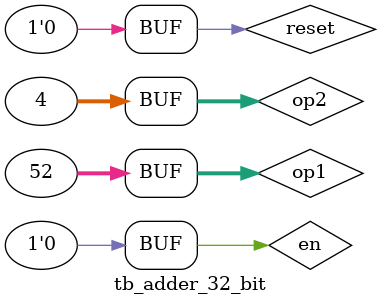
<source format=v>
`timescale 1ns/100ps 



module tb_adder_32_bit();          
  wire clk;
  reg en;
  reg reset; 
  reg [31:0] op1;
  reg [31:0] op2;
  wire [31:0] out;

  clock sys_clock(clk);
  adder_32_bit adder(clk, en, reset, op1, op2, out);
// Test input waveform - defined as an initial block (procedure)
  initial begin
    reset = 0;
    en = 0;

    op1 = 0;
    op2 = 4;
     
    #5;
    reset = 1;
    #5;
    reset = 0;
    #5;
    op1 = op1 + 4;
    #5;
    op1 = op1 + 4;
    #5;
    op1 = op1 + 4;
    #5;
    op1 = op1 + 4;
    #5;
    op1 = op1 + 4;
    #5;
    op1 = op1 + 4;
    #5;
    op1 = op1 + 4;
    #5;
    op1 = op1 + 4;
    #5;
    op1 = op1 + 4;
    #5;
    op1 = op1 + 4;
    #5;
    op1 = op1 + 4;
    #5;
    op1 = op1 + 4;
    #5;
    op1 = op1 + 4;
   
  end

endmodule
</source>
